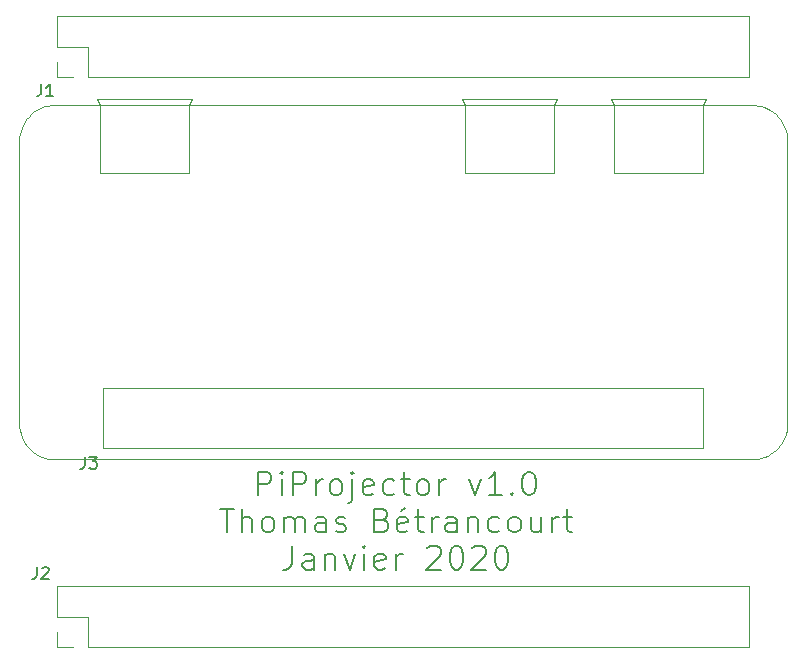
<source format=gto>
%TF.GenerationSoftware,KiCad,Pcbnew,5.1.4-e60b266~84~ubuntu18.04.1*%
%TF.CreationDate,2019-12-31T08:18:33+01:00*%
%TF.ProjectId,clock-dashboard,636c6f63-6b2d-4646-9173-68626f617264,rev?*%
%TF.SameCoordinates,Original*%
%TF.FileFunction,Legend,Top*%
%TF.FilePolarity,Positive*%
%FSLAX46Y46*%
G04 Gerber Fmt 4.6, Leading zero omitted, Abs format (unit mm)*
G04 Created by KiCad (PCBNEW 5.1.4-e60b266~84~ubuntu18.04.1) date 2019-12-31 08:18:33*
%MOMM*%
%LPD*%
G04 APERTURE LIST*
%ADD10C,0.150000*%
%ADD11C,0.010000*%
%ADD12C,0.120000*%
G04 APERTURE END LIST*
D10*
X144095714Y-101024761D02*
X144095714Y-99024761D01*
X144857619Y-99024761D01*
X145048095Y-99120000D01*
X145143333Y-99215238D01*
X145238571Y-99405714D01*
X145238571Y-99691428D01*
X145143333Y-99881904D01*
X145048095Y-99977142D01*
X144857619Y-100072380D01*
X144095714Y-100072380D01*
X146095714Y-101024761D02*
X146095714Y-99691428D01*
X146095714Y-99024761D02*
X146000476Y-99120000D01*
X146095714Y-99215238D01*
X146190952Y-99120000D01*
X146095714Y-99024761D01*
X146095714Y-99215238D01*
X147048095Y-101024761D02*
X147048095Y-99024761D01*
X147810000Y-99024761D01*
X148000476Y-99120000D01*
X148095714Y-99215238D01*
X148190952Y-99405714D01*
X148190952Y-99691428D01*
X148095714Y-99881904D01*
X148000476Y-99977142D01*
X147810000Y-100072380D01*
X147048095Y-100072380D01*
X149048095Y-101024761D02*
X149048095Y-99691428D01*
X149048095Y-100072380D02*
X149143333Y-99881904D01*
X149238571Y-99786666D01*
X149429047Y-99691428D01*
X149619523Y-99691428D01*
X150571904Y-101024761D02*
X150381428Y-100929523D01*
X150286190Y-100834285D01*
X150190952Y-100643809D01*
X150190952Y-100072380D01*
X150286190Y-99881904D01*
X150381428Y-99786666D01*
X150571904Y-99691428D01*
X150857619Y-99691428D01*
X151048095Y-99786666D01*
X151143333Y-99881904D01*
X151238571Y-100072380D01*
X151238571Y-100643809D01*
X151143333Y-100834285D01*
X151048095Y-100929523D01*
X150857619Y-101024761D01*
X150571904Y-101024761D01*
X152095714Y-99691428D02*
X152095714Y-101405714D01*
X152000476Y-101596190D01*
X151810000Y-101691428D01*
X151714761Y-101691428D01*
X152095714Y-99024761D02*
X152000476Y-99120000D01*
X152095714Y-99215238D01*
X152190952Y-99120000D01*
X152095714Y-99024761D01*
X152095714Y-99215238D01*
X153810000Y-100929523D02*
X153619523Y-101024761D01*
X153238571Y-101024761D01*
X153048095Y-100929523D01*
X152952857Y-100739047D01*
X152952857Y-99977142D01*
X153048095Y-99786666D01*
X153238571Y-99691428D01*
X153619523Y-99691428D01*
X153810000Y-99786666D01*
X153905238Y-99977142D01*
X153905238Y-100167619D01*
X152952857Y-100358095D01*
X155619523Y-100929523D02*
X155429047Y-101024761D01*
X155048095Y-101024761D01*
X154857619Y-100929523D01*
X154762380Y-100834285D01*
X154667142Y-100643809D01*
X154667142Y-100072380D01*
X154762380Y-99881904D01*
X154857619Y-99786666D01*
X155048095Y-99691428D01*
X155429047Y-99691428D01*
X155619523Y-99786666D01*
X156190952Y-99691428D02*
X156952857Y-99691428D01*
X156476666Y-99024761D02*
X156476666Y-100739047D01*
X156571904Y-100929523D01*
X156762380Y-101024761D01*
X156952857Y-101024761D01*
X157905238Y-101024761D02*
X157714761Y-100929523D01*
X157619523Y-100834285D01*
X157524285Y-100643809D01*
X157524285Y-100072380D01*
X157619523Y-99881904D01*
X157714761Y-99786666D01*
X157905238Y-99691428D01*
X158190952Y-99691428D01*
X158381428Y-99786666D01*
X158476666Y-99881904D01*
X158571904Y-100072380D01*
X158571904Y-100643809D01*
X158476666Y-100834285D01*
X158381428Y-100929523D01*
X158190952Y-101024761D01*
X157905238Y-101024761D01*
X159429047Y-101024761D02*
X159429047Y-99691428D01*
X159429047Y-100072380D02*
X159524285Y-99881904D01*
X159619523Y-99786666D01*
X159810000Y-99691428D01*
X160000476Y-99691428D01*
X162000476Y-99691428D02*
X162476666Y-101024761D01*
X162952857Y-99691428D01*
X164762380Y-101024761D02*
X163619523Y-101024761D01*
X164190952Y-101024761D02*
X164190952Y-99024761D01*
X164000476Y-99310476D01*
X163810000Y-99500952D01*
X163619523Y-99596190D01*
X165619523Y-100834285D02*
X165714761Y-100929523D01*
X165619523Y-101024761D01*
X165524285Y-100929523D01*
X165619523Y-100834285D01*
X165619523Y-101024761D01*
X166952857Y-99024761D02*
X167143333Y-99024761D01*
X167333809Y-99120000D01*
X167429047Y-99215238D01*
X167524285Y-99405714D01*
X167619523Y-99786666D01*
X167619523Y-100262857D01*
X167524285Y-100643809D01*
X167429047Y-100834285D01*
X167333809Y-100929523D01*
X167143333Y-101024761D01*
X166952857Y-101024761D01*
X166762380Y-100929523D01*
X166667142Y-100834285D01*
X166571904Y-100643809D01*
X166476666Y-100262857D01*
X166476666Y-99786666D01*
X166571904Y-99405714D01*
X166667142Y-99215238D01*
X166762380Y-99120000D01*
X166952857Y-99024761D01*
X140905238Y-102174761D02*
X142048095Y-102174761D01*
X141476666Y-104174761D02*
X141476666Y-102174761D01*
X142714761Y-104174761D02*
X142714761Y-102174761D01*
X143571904Y-104174761D02*
X143571904Y-103127142D01*
X143476666Y-102936666D01*
X143286190Y-102841428D01*
X143000476Y-102841428D01*
X142810000Y-102936666D01*
X142714761Y-103031904D01*
X144810000Y-104174761D02*
X144619523Y-104079523D01*
X144524285Y-103984285D01*
X144429047Y-103793809D01*
X144429047Y-103222380D01*
X144524285Y-103031904D01*
X144619523Y-102936666D01*
X144810000Y-102841428D01*
X145095714Y-102841428D01*
X145286190Y-102936666D01*
X145381428Y-103031904D01*
X145476666Y-103222380D01*
X145476666Y-103793809D01*
X145381428Y-103984285D01*
X145286190Y-104079523D01*
X145095714Y-104174761D01*
X144810000Y-104174761D01*
X146333809Y-104174761D02*
X146333809Y-102841428D01*
X146333809Y-103031904D02*
X146429047Y-102936666D01*
X146619523Y-102841428D01*
X146905238Y-102841428D01*
X147095714Y-102936666D01*
X147190952Y-103127142D01*
X147190952Y-104174761D01*
X147190952Y-103127142D02*
X147286190Y-102936666D01*
X147476666Y-102841428D01*
X147762380Y-102841428D01*
X147952857Y-102936666D01*
X148048095Y-103127142D01*
X148048095Y-104174761D01*
X149857619Y-104174761D02*
X149857619Y-103127142D01*
X149762380Y-102936666D01*
X149571904Y-102841428D01*
X149190952Y-102841428D01*
X149000476Y-102936666D01*
X149857619Y-104079523D02*
X149667142Y-104174761D01*
X149190952Y-104174761D01*
X149000476Y-104079523D01*
X148905238Y-103889047D01*
X148905238Y-103698571D01*
X149000476Y-103508095D01*
X149190952Y-103412857D01*
X149667142Y-103412857D01*
X149857619Y-103317619D01*
X150714761Y-104079523D02*
X150905238Y-104174761D01*
X151286190Y-104174761D01*
X151476666Y-104079523D01*
X151571904Y-103889047D01*
X151571904Y-103793809D01*
X151476666Y-103603333D01*
X151286190Y-103508095D01*
X151000476Y-103508095D01*
X150810000Y-103412857D01*
X150714761Y-103222380D01*
X150714761Y-103127142D01*
X150810000Y-102936666D01*
X151000476Y-102841428D01*
X151286190Y-102841428D01*
X151476666Y-102936666D01*
X154619523Y-103127142D02*
X154905238Y-103222380D01*
X155000476Y-103317619D01*
X155095714Y-103508095D01*
X155095714Y-103793809D01*
X155000476Y-103984285D01*
X154905238Y-104079523D01*
X154714761Y-104174761D01*
X153952857Y-104174761D01*
X153952857Y-102174761D01*
X154619523Y-102174761D01*
X154810000Y-102270000D01*
X154905238Y-102365238D01*
X155000476Y-102555714D01*
X155000476Y-102746190D01*
X154905238Y-102936666D01*
X154810000Y-103031904D01*
X154619523Y-103127142D01*
X153952857Y-103127142D01*
X156714761Y-104079523D02*
X156524285Y-104174761D01*
X156143333Y-104174761D01*
X155952857Y-104079523D01*
X155857619Y-103889047D01*
X155857619Y-103127142D01*
X155952857Y-102936666D01*
X156143333Y-102841428D01*
X156524285Y-102841428D01*
X156714761Y-102936666D01*
X156810000Y-103127142D01*
X156810000Y-103317619D01*
X155857619Y-103508095D01*
X156524285Y-102079523D02*
X156238571Y-102365238D01*
X157381428Y-102841428D02*
X158143333Y-102841428D01*
X157667142Y-102174761D02*
X157667142Y-103889047D01*
X157762380Y-104079523D01*
X157952857Y-104174761D01*
X158143333Y-104174761D01*
X158810000Y-104174761D02*
X158810000Y-102841428D01*
X158810000Y-103222380D02*
X158905238Y-103031904D01*
X159000476Y-102936666D01*
X159190952Y-102841428D01*
X159381428Y-102841428D01*
X160905238Y-104174761D02*
X160905238Y-103127142D01*
X160810000Y-102936666D01*
X160619523Y-102841428D01*
X160238571Y-102841428D01*
X160048095Y-102936666D01*
X160905238Y-104079523D02*
X160714761Y-104174761D01*
X160238571Y-104174761D01*
X160048095Y-104079523D01*
X159952857Y-103889047D01*
X159952857Y-103698571D01*
X160048095Y-103508095D01*
X160238571Y-103412857D01*
X160714761Y-103412857D01*
X160905238Y-103317619D01*
X161857619Y-102841428D02*
X161857619Y-104174761D01*
X161857619Y-103031904D02*
X161952857Y-102936666D01*
X162143333Y-102841428D01*
X162429047Y-102841428D01*
X162619523Y-102936666D01*
X162714761Y-103127142D01*
X162714761Y-104174761D01*
X164524285Y-104079523D02*
X164333809Y-104174761D01*
X163952857Y-104174761D01*
X163762380Y-104079523D01*
X163667142Y-103984285D01*
X163571904Y-103793809D01*
X163571904Y-103222380D01*
X163667142Y-103031904D01*
X163762380Y-102936666D01*
X163952857Y-102841428D01*
X164333809Y-102841428D01*
X164524285Y-102936666D01*
X165667142Y-104174761D02*
X165476666Y-104079523D01*
X165381428Y-103984285D01*
X165286190Y-103793809D01*
X165286190Y-103222380D01*
X165381428Y-103031904D01*
X165476666Y-102936666D01*
X165667142Y-102841428D01*
X165952857Y-102841428D01*
X166143333Y-102936666D01*
X166238571Y-103031904D01*
X166333809Y-103222380D01*
X166333809Y-103793809D01*
X166238571Y-103984285D01*
X166143333Y-104079523D01*
X165952857Y-104174761D01*
X165667142Y-104174761D01*
X168048095Y-102841428D02*
X168048095Y-104174761D01*
X167190952Y-102841428D02*
X167190952Y-103889047D01*
X167286190Y-104079523D01*
X167476666Y-104174761D01*
X167762380Y-104174761D01*
X167952857Y-104079523D01*
X168048095Y-103984285D01*
X169000476Y-104174761D02*
X169000476Y-102841428D01*
X169000476Y-103222380D02*
X169095714Y-103031904D01*
X169190952Y-102936666D01*
X169381428Y-102841428D01*
X169571904Y-102841428D01*
X169952857Y-102841428D02*
X170714761Y-102841428D01*
X170238571Y-102174761D02*
X170238571Y-103889047D01*
X170333809Y-104079523D01*
X170524285Y-104174761D01*
X170714761Y-104174761D01*
X147000476Y-105324761D02*
X147000476Y-106753333D01*
X146905238Y-107039047D01*
X146714761Y-107229523D01*
X146429047Y-107324761D01*
X146238571Y-107324761D01*
X148810000Y-107324761D02*
X148810000Y-106277142D01*
X148714761Y-106086666D01*
X148524285Y-105991428D01*
X148143333Y-105991428D01*
X147952857Y-106086666D01*
X148810000Y-107229523D02*
X148619523Y-107324761D01*
X148143333Y-107324761D01*
X147952857Y-107229523D01*
X147857619Y-107039047D01*
X147857619Y-106848571D01*
X147952857Y-106658095D01*
X148143333Y-106562857D01*
X148619523Y-106562857D01*
X148810000Y-106467619D01*
X149762380Y-105991428D02*
X149762380Y-107324761D01*
X149762380Y-106181904D02*
X149857619Y-106086666D01*
X150048095Y-105991428D01*
X150333809Y-105991428D01*
X150524285Y-106086666D01*
X150619523Y-106277142D01*
X150619523Y-107324761D01*
X151381428Y-105991428D02*
X151857619Y-107324761D01*
X152333809Y-105991428D01*
X153095714Y-107324761D02*
X153095714Y-105991428D01*
X153095714Y-105324761D02*
X153000476Y-105420000D01*
X153095714Y-105515238D01*
X153190952Y-105420000D01*
X153095714Y-105324761D01*
X153095714Y-105515238D01*
X154810000Y-107229523D02*
X154619523Y-107324761D01*
X154238571Y-107324761D01*
X154048095Y-107229523D01*
X153952857Y-107039047D01*
X153952857Y-106277142D01*
X154048095Y-106086666D01*
X154238571Y-105991428D01*
X154619523Y-105991428D01*
X154810000Y-106086666D01*
X154905238Y-106277142D01*
X154905238Y-106467619D01*
X153952857Y-106658095D01*
X155762380Y-107324761D02*
X155762380Y-105991428D01*
X155762380Y-106372380D02*
X155857619Y-106181904D01*
X155952857Y-106086666D01*
X156143333Y-105991428D01*
X156333809Y-105991428D01*
X158429047Y-105515238D02*
X158524285Y-105420000D01*
X158714761Y-105324761D01*
X159190952Y-105324761D01*
X159381428Y-105420000D01*
X159476666Y-105515238D01*
X159571904Y-105705714D01*
X159571904Y-105896190D01*
X159476666Y-106181904D01*
X158333809Y-107324761D01*
X159571904Y-107324761D01*
X160810000Y-105324761D02*
X161000476Y-105324761D01*
X161190952Y-105420000D01*
X161286190Y-105515238D01*
X161381428Y-105705714D01*
X161476666Y-106086666D01*
X161476666Y-106562857D01*
X161381428Y-106943809D01*
X161286190Y-107134285D01*
X161190952Y-107229523D01*
X161000476Y-107324761D01*
X160810000Y-107324761D01*
X160619523Y-107229523D01*
X160524285Y-107134285D01*
X160429047Y-106943809D01*
X160333809Y-106562857D01*
X160333809Y-106086666D01*
X160429047Y-105705714D01*
X160524285Y-105515238D01*
X160619523Y-105420000D01*
X160810000Y-105324761D01*
X162238571Y-105515238D02*
X162333809Y-105420000D01*
X162524285Y-105324761D01*
X163000476Y-105324761D01*
X163190952Y-105420000D01*
X163286190Y-105515238D01*
X163381428Y-105705714D01*
X163381428Y-105896190D01*
X163286190Y-106181904D01*
X162143333Y-107324761D01*
X163381428Y-107324761D01*
X164619523Y-105324761D02*
X164810000Y-105324761D01*
X165000476Y-105420000D01*
X165095714Y-105515238D01*
X165190952Y-105705714D01*
X165286190Y-106086666D01*
X165286190Y-106562857D01*
X165190952Y-106943809D01*
X165095714Y-107134285D01*
X165000476Y-107229523D01*
X164810000Y-107324761D01*
X164619523Y-107324761D01*
X164429047Y-107229523D01*
X164333809Y-107134285D01*
X164238571Y-106943809D01*
X164143333Y-106562857D01*
X164143333Y-106086666D01*
X164238571Y-105705714D01*
X164333809Y-105515238D01*
X164429047Y-105420000D01*
X164619523Y-105324761D01*
D11*
X140518364Y-91959172D02*
X138605111Y-91959172D01*
X130988016Y-97037235D02*
X130988016Y-94498203D01*
X130988016Y-94498203D02*
X130988016Y-91959172D01*
X130988016Y-91959172D02*
X131940890Y-91959172D01*
X131940890Y-91959172D02*
X132573995Y-91959172D01*
X132573995Y-91959172D02*
X133527048Y-91959172D01*
X133527048Y-91959172D02*
X181796169Y-91959172D01*
X181796169Y-91959172D02*
X181796169Y-97037235D01*
X181796169Y-97037235D02*
X130988016Y-97037235D01*
X181997287Y-67493227D02*
X181743813Y-67999818D01*
X173993413Y-67493227D02*
X181997287Y-67493227D01*
X174246441Y-67999818D02*
X173993413Y-67493227D01*
X181743813Y-73747708D02*
X181743813Y-67999818D01*
X174246441Y-73747708D02*
X181743813Y-73747708D01*
X174246441Y-67999818D02*
X174246441Y-73747708D01*
X174246441Y-67999818D02*
X181743813Y-67999818D01*
X173397655Y-67999818D02*
X174246441Y-67999818D01*
X169391832Y-67493227D02*
X169146130Y-67999818D01*
X161395731Y-67493227D02*
X169391832Y-67493227D01*
X161640986Y-67999818D02*
X161395731Y-67493227D01*
X169146130Y-73747708D02*
X169146130Y-67999818D01*
X161640986Y-73747708D02*
X169146130Y-73747708D01*
X161640986Y-67999818D02*
X161640986Y-73747708D01*
X161640986Y-67999818D02*
X169146130Y-67999818D01*
X160792200Y-67999818D02*
X161640986Y-67999818D01*
X138493072Y-67493227D02*
X138240044Y-67999818D01*
X130489198Y-67493227D02*
X138493072Y-67493227D01*
X130734989Y-67999818D02*
X130489198Y-67493227D01*
X138240044Y-73747708D02*
X138240044Y-67999818D01*
X130734989Y-73747708D02*
X138240044Y-73747708D01*
X130734989Y-67999818D02*
X130734989Y-73747708D01*
X123885107Y-94997021D02*
X123885107Y-70992995D01*
X126610335Y-97982961D02*
X126885699Y-97997435D01*
X126334614Y-97945525D02*
X126610335Y-97982961D01*
X126066576Y-97886021D02*
X126334614Y-97945525D01*
X125806222Y-97796764D02*
X126066576Y-97886021D01*
X125553194Y-97684814D02*
X125806222Y-97796764D01*
X125307315Y-97551063D02*
X125553194Y-97684814D01*
X125076177Y-97394440D02*
X125307315Y-97551063D01*
X124867733Y-97216195D02*
X125076177Y-97394440D01*
X124667062Y-97022225D02*
X124867733Y-97216195D01*
X124495428Y-96806544D02*
X124667062Y-97022225D01*
X124339430Y-96575674D02*
X124495428Y-96806544D01*
X124197817Y-96337299D02*
X124339430Y-96575674D01*
X124086403Y-96084182D02*
X124197817Y-96337299D01*
X124004383Y-95816145D02*
X124086403Y-96084182D01*
X123937017Y-95548107D02*
X124004383Y-95816145D01*
X123900295Y-95272743D02*
X123937017Y-95548107D01*
X123885107Y-94997021D02*
X123900295Y-95272743D01*
X185898486Y-97997435D02*
X126885699Y-97997435D01*
X188884426Y-95272743D02*
X188898900Y-94997021D01*
X188847080Y-95548107D02*
X188884426Y-95272743D01*
X188787486Y-95816145D02*
X188847080Y-95548107D01*
X188698229Y-96084182D02*
X188787486Y-95816145D01*
X188586368Y-96337299D02*
X188698229Y-96084182D01*
X188452528Y-96575674D02*
X188586368Y-96337299D01*
X188295994Y-96806544D02*
X188452528Y-96575674D01*
X188117660Y-97022225D02*
X188295994Y-96806544D01*
X187916363Y-97216195D02*
X188117660Y-97022225D01*
X187708009Y-97394440D02*
X187916363Y-97216195D01*
X187477228Y-97551063D02*
X187708009Y-97394440D01*
X187238854Y-97684814D02*
X187477228Y-97551063D01*
X186978500Y-97796764D02*
X187238854Y-97684814D01*
X186717610Y-97886021D02*
X186978500Y-97796764D01*
X186449572Y-97945525D02*
X186717610Y-97886021D01*
X186174208Y-97982961D02*
X186449572Y-97945525D01*
X185898486Y-97997435D02*
X186174208Y-97982961D01*
X188898900Y-70992995D02*
X188898900Y-94997021D01*
X186174208Y-68007144D02*
X185898486Y-67999818D01*
X186449572Y-68044491D02*
X186174208Y-68007144D01*
X186717610Y-68111322D02*
X186449572Y-68044491D01*
X186978500Y-68200936D02*
X186717610Y-68111322D01*
X187238854Y-68312529D02*
X186978500Y-68200936D01*
X187477228Y-68446816D02*
X187238854Y-68312529D01*
X187708009Y-68602903D02*
X187477228Y-68446816D01*
X187916363Y-68781684D02*
X187708009Y-68602903D01*
X188117660Y-68975118D02*
X187916363Y-68781684D01*
X188295994Y-69191335D02*
X188117660Y-68975118D01*
X188452528Y-69414342D02*
X188295994Y-69191335D01*
X188586368Y-69660044D02*
X188452528Y-69414342D01*
X188698229Y-69913071D02*
X188586368Y-69660044D01*
X188787486Y-70173872D02*
X188698229Y-69913071D01*
X188847080Y-70441909D02*
X188787486Y-70173872D01*
X188884426Y-70717274D02*
X188847080Y-70441909D01*
X188898900Y-70992995D02*
X188884426Y-70717274D01*
X138240044Y-67999818D02*
X185898486Y-67999818D01*
X130734989Y-67999818D02*
X138240044Y-67999818D01*
X126885699Y-67999818D02*
X130734989Y-67999818D01*
X123900295Y-70717274D02*
X123885107Y-70992995D01*
X123937017Y-70441909D02*
X123900295Y-70717274D01*
X124004383Y-70173872D02*
X123937017Y-70441909D01*
X124086403Y-69913071D02*
X124004383Y-70173872D01*
X124197817Y-69660044D02*
X124086403Y-69913071D01*
X124339430Y-69414342D02*
X124197817Y-69660044D01*
X124495428Y-69191335D02*
X124339430Y-69414342D01*
X124667062Y-68975118D02*
X124495428Y-69191335D01*
X124867733Y-68781684D02*
X124667062Y-68975118D01*
X125076177Y-68602903D02*
X124867733Y-68781684D01*
X125307315Y-68446816D02*
X125076177Y-68602903D01*
X125553194Y-68312529D02*
X125307315Y-68446816D01*
X125806222Y-68200936D02*
X125553194Y-68312529D01*
X126066576Y-68111322D02*
X125806222Y-68200936D01*
X126334614Y-68044491D02*
X126066576Y-68111322D01*
X126610335Y-68007144D02*
X126334614Y-68044491D01*
X126885699Y-67999818D02*
X126610335Y-68007144D01*
D12*
X127120000Y-65660000D02*
X127120000Y-64330000D01*
X128450000Y-65660000D02*
X127120000Y-65660000D01*
X127120000Y-63060000D02*
X127120000Y-60460000D01*
X129720000Y-63060000D02*
X127120000Y-63060000D01*
X129720000Y-65660000D02*
X129720000Y-63060000D01*
X127120000Y-60460000D02*
X185660000Y-60460000D01*
X129720000Y-65660000D02*
X185660000Y-65660000D01*
X185660000Y-65660000D02*
X185660000Y-60460000D01*
X185660000Y-113920000D02*
X185660000Y-108720000D01*
X129720000Y-113920000D02*
X185660000Y-113920000D01*
X127120000Y-108720000D02*
X185660000Y-108720000D01*
X129720000Y-113920000D02*
X129720000Y-111320000D01*
X129720000Y-111320000D02*
X127120000Y-111320000D01*
X127120000Y-111320000D02*
X127120000Y-108720000D01*
X128450000Y-113920000D02*
X127120000Y-113920000D01*
X127120000Y-113920000D02*
X127120000Y-112590000D01*
D10*
X129446666Y-97782380D02*
X129446666Y-98496666D01*
X129399047Y-98639523D01*
X129303809Y-98734761D01*
X129160952Y-98782380D01*
X129065714Y-98782380D01*
X129827619Y-97782380D02*
X130446666Y-97782380D01*
X130113333Y-98163333D01*
X130256190Y-98163333D01*
X130351428Y-98210952D01*
X130399047Y-98258571D01*
X130446666Y-98353809D01*
X130446666Y-98591904D01*
X130399047Y-98687142D01*
X130351428Y-98734761D01*
X130256190Y-98782380D01*
X129970476Y-98782380D01*
X129875238Y-98734761D01*
X129827619Y-98687142D01*
X125736666Y-66232380D02*
X125736666Y-66946666D01*
X125689047Y-67089523D01*
X125593809Y-67184761D01*
X125450952Y-67232380D01*
X125355714Y-67232380D01*
X126736666Y-67232380D02*
X126165238Y-67232380D01*
X126450952Y-67232380D02*
X126450952Y-66232380D01*
X126355714Y-66375238D01*
X126260476Y-66470476D01*
X126165238Y-66518095D01*
X125376666Y-107112380D02*
X125376666Y-107826666D01*
X125329047Y-107969523D01*
X125233809Y-108064761D01*
X125090952Y-108112380D01*
X124995714Y-108112380D01*
X125805238Y-107207619D02*
X125852857Y-107160000D01*
X125948095Y-107112380D01*
X126186190Y-107112380D01*
X126281428Y-107160000D01*
X126329047Y-107207619D01*
X126376666Y-107302857D01*
X126376666Y-107398095D01*
X126329047Y-107540952D01*
X125757619Y-108112380D01*
X126376666Y-108112380D01*
M02*

</source>
